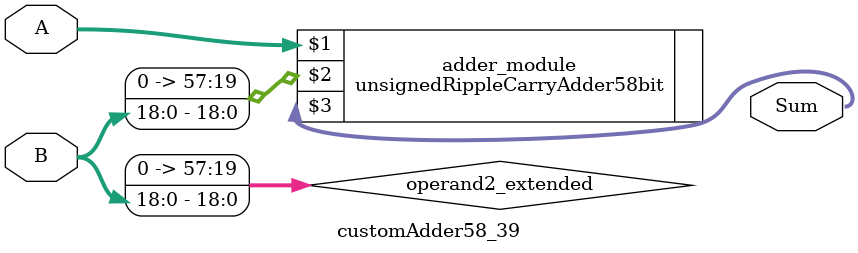
<source format=v>
module customAdder58_39(
                        input [57 : 0] A,
                        input [18 : 0] B,
                        
                        output [58 : 0] Sum
                );

        wire [57 : 0] operand2_extended;
        
        assign operand2_extended =  {39'b0, B};
        
        unsignedRippleCarryAdder58bit adder_module(
            A,
            operand2_extended,
            Sum
        );
        
        endmodule
        
</source>
